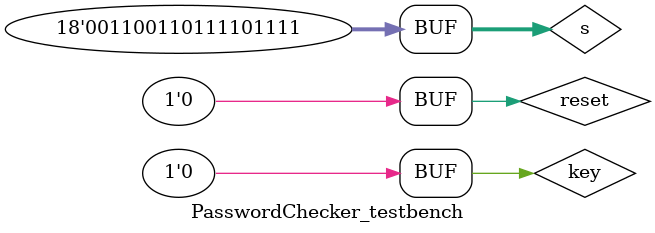
<source format=sv>
module PasswordChecker_testbench();
logic key, reset;
logic [17:0] s;
logic [17:0] LED;
logic [6:0] seg0, seg1, seg2, seg3, seg4, seg5, seg6, seg7;

PasswordChecker dut(key, reset, s, LED, seg0, seg1, seg2, seg3, seg4, seg5, seg6, seg7);

initial
begin

//tests the reset system
reset = 1; #10;
reset = 0; #10;


//tests the default case and starts testing different combinations
s = 18'b00_0000_0000_0000_0000; #10;
key = 1; #80;
key = 0; #80;

s = 18'b00_0000_1000_1100_0000; #10;
key = 1; #80;
key = 0; #80;

s = 18'hffff; #10;
key = 1; #80;
key = 0; #80;

s = 18'hef93; #10;
key = 1; #80;
key = 0; #80;

s = 18'h987a; #10;
key = 1; #80;
key = 0; #80;

s = 18'h092f; #10;
key = 1; #80;
key = 0; #80;

s = 18'h4241; #10;
key = 1; #80;
key = 0; #80;

s = 18'hef93; #10;
key = 1; #80;
key = 0; #80;

s = 18'hffff; #10;
key = 1; #80;
key = 0; #80;

s = 18'h80a1; #10;
key = 1; #80;
key = 0; #80;

s = 18'habab; #10;
key = 1; #80;
key = 0; #80;

s = 18'hffff; #10;
key = 1; #80;
key = 0; #80;

s = 18'hcdef; #10;
key = 1; #80;
key = 0; #80;
end




endmodule
</source>
